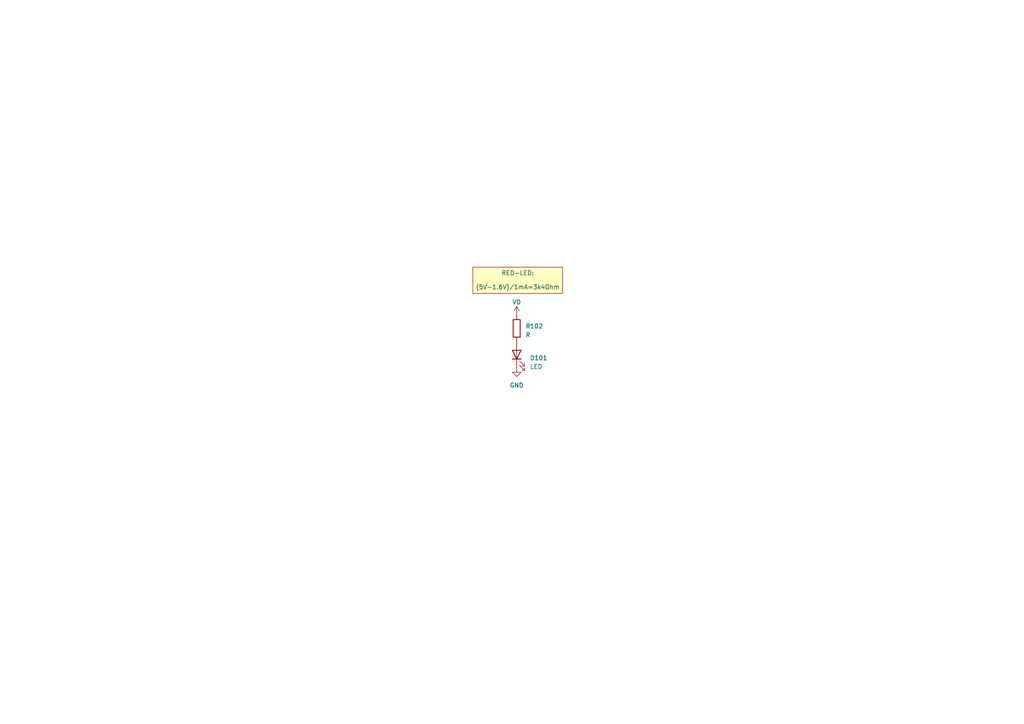
<source format=kicad_sch>
(kicad_sch (version 20230121) (generator eeschema)

  (uuid f96d1c09-159e-43c2-8c4c-0328958efa3c)

  (paper "A4")

  (lib_symbols
    (symbol "Device:LED" (pin_numbers hide) (pin_names (offset 1.016) hide) (in_bom yes) (on_board yes)
      (property "Reference" "D" (at 0 2.54 0)
        (effects (font (size 1.27 1.27)))
      )
      (property "Value" "LED" (at 0 -2.54 0)
        (effects (font (size 1.27 1.27)))
      )
      (property "Footprint" "" (at 0 0 0)
        (effects (font (size 1.27 1.27)) hide)
      )
      (property "Datasheet" "~" (at 0 0 0)
        (effects (font (size 1.27 1.27)) hide)
      )
      (property "ki_keywords" "LED diode" (at 0 0 0)
        (effects (font (size 1.27 1.27)) hide)
      )
      (property "ki_description" "Light emitting diode" (at 0 0 0)
        (effects (font (size 1.27 1.27)) hide)
      )
      (property "ki_fp_filters" "LED* LED_SMD:* LED_THT:*" (at 0 0 0)
        (effects (font (size 1.27 1.27)) hide)
      )
      (symbol "LED_0_1"
        (polyline
          (pts
            (xy -1.27 -1.27)
            (xy -1.27 1.27)
          )
          (stroke (width 0.254) (type default))
          (fill (type none))
        )
        (polyline
          (pts
            (xy -1.27 0)
            (xy 1.27 0)
          )
          (stroke (width 0) (type default))
          (fill (type none))
        )
        (polyline
          (pts
            (xy 1.27 -1.27)
            (xy 1.27 1.27)
            (xy -1.27 0)
            (xy 1.27 -1.27)
          )
          (stroke (width 0.254) (type default))
          (fill (type none))
        )
        (polyline
          (pts
            (xy -3.048 -0.762)
            (xy -4.572 -2.286)
            (xy -3.81 -2.286)
            (xy -4.572 -2.286)
            (xy -4.572 -1.524)
          )
          (stroke (width 0) (type default))
          (fill (type none))
        )
        (polyline
          (pts
            (xy -1.778 -0.762)
            (xy -3.302 -2.286)
            (xy -2.54 -2.286)
            (xy -3.302 -2.286)
            (xy -3.302 -1.524)
          )
          (stroke (width 0) (type default))
          (fill (type none))
        )
      )
      (symbol "LED_1_1"
        (pin passive line (at -3.81 0 0) (length 2.54)
          (name "K" (effects (font (size 1.27 1.27))))
          (number "1" (effects (font (size 1.27 1.27))))
        )
        (pin passive line (at 3.81 0 180) (length 2.54)
          (name "A" (effects (font (size 1.27 1.27))))
          (number "2" (effects (font (size 1.27 1.27))))
        )
      )
    )
    (symbol "Device:R" (pin_numbers hide) (pin_names (offset 0)) (in_bom yes) (on_board yes)
      (property "Reference" "R" (at 2.032 0 90)
        (effects (font (size 1.27 1.27)))
      )
      (property "Value" "R" (at 0 0 90)
        (effects (font (size 1.27 1.27)))
      )
      (property "Footprint" "" (at -1.778 0 90)
        (effects (font (size 1.27 1.27)) hide)
      )
      (property "Datasheet" "~" (at 0 0 0)
        (effects (font (size 1.27 1.27)) hide)
      )
      (property "ki_keywords" "R res resistor" (at 0 0 0)
        (effects (font (size 1.27 1.27)) hide)
      )
      (property "ki_description" "Resistor" (at 0 0 0)
        (effects (font (size 1.27 1.27)) hide)
      )
      (property "ki_fp_filters" "R_*" (at 0 0 0)
        (effects (font (size 1.27 1.27)) hide)
      )
      (symbol "R_0_1"
        (rectangle (start -1.016 -2.54) (end 1.016 2.54)
          (stroke (width 0.254) (type default))
          (fill (type none))
        )
      )
      (symbol "R_1_1"
        (pin passive line (at 0 3.81 270) (length 1.27)
          (name "~" (effects (font (size 1.27 1.27))))
          (number "1" (effects (font (size 1.27 1.27))))
        )
        (pin passive line (at 0 -3.81 90) (length 1.27)
          (name "~" (effects (font (size 1.27 1.27))))
          (number "2" (effects (font (size 1.27 1.27))))
        )
      )
    )
    (symbol "power:GND" (power) (pin_names (offset 0)) (in_bom yes) (on_board yes)
      (property "Reference" "#PWR" (at 0 -6.35 0)
        (effects (font (size 1.27 1.27)) hide)
      )
      (property "Value" "GND" (at 0 -3.81 0)
        (effects (font (size 1.27 1.27)))
      )
      (property "Footprint" "" (at 0 0 0)
        (effects (font (size 1.27 1.27)) hide)
      )
      (property "Datasheet" "" (at 0 0 0)
        (effects (font (size 1.27 1.27)) hide)
      )
      (property "ki_keywords" "global power" (at 0 0 0)
        (effects (font (size 1.27 1.27)) hide)
      )
      (property "ki_description" "Power symbol creates a global label with name \"GND\" , ground" (at 0 0 0)
        (effects (font (size 1.27 1.27)) hide)
      )
      (symbol "GND_0_1"
        (polyline
          (pts
            (xy 0 0)
            (xy 0 -1.27)
            (xy 1.27 -1.27)
            (xy 0 -2.54)
            (xy -1.27 -1.27)
            (xy 0 -1.27)
          )
          (stroke (width 0) (type default))
          (fill (type none))
        )
      )
      (symbol "GND_1_1"
        (pin power_in line (at 0 0 270) (length 0) hide
          (name "GND" (effects (font (size 1.27 1.27))))
          (number "1" (effects (font (size 1.27 1.27))))
        )
      )
    )
    (symbol "power:VD" (power) (pin_names (offset 0)) (in_bom yes) (on_board yes)
      (property "Reference" "#PWR" (at 0 -3.81 0)
        (effects (font (size 1.27 1.27)) hide)
      )
      (property "Value" "VD" (at 0 3.81 0)
        (effects (font (size 1.27 1.27)))
      )
      (property "Footprint" "" (at 0 0 0)
        (effects (font (size 1.27 1.27)) hide)
      )
      (property "Datasheet" "" (at 0 0 0)
        (effects (font (size 1.27 1.27)) hide)
      )
      (property "ki_keywords" "global power" (at 0 0 0)
        (effects (font (size 1.27 1.27)) hide)
      )
      (property "ki_description" "Power symbol creates a global label with name \"VD\"" (at 0 0 0)
        (effects (font (size 1.27 1.27)) hide)
      )
      (symbol "VD_0_1"
        (polyline
          (pts
            (xy -0.762 1.27)
            (xy 0 2.54)
          )
          (stroke (width 0) (type default))
          (fill (type none))
        )
        (polyline
          (pts
            (xy 0 0)
            (xy 0 2.54)
          )
          (stroke (width 0) (type default))
          (fill (type none))
        )
        (polyline
          (pts
            (xy 0 2.54)
            (xy 0.762 1.27)
          )
          (stroke (width 0) (type default))
          (fill (type none))
        )
      )
      (symbol "VD_1_1"
        (pin power_in line (at 0 0 90) (length 0) hide
          (name "VD" (effects (font (size 1.27 1.27))))
          (number "1" (effects (font (size 1.27 1.27))))
        )
      )
    )
  )


  (text_box "RED-LED:\n\n(5V-1.6V)/1mA=3k4Ohm\n\n"
    (at 137.16 77.47 0) (size 26.035 7.62)
    (stroke (width 0) (type default) (color 132 0 0 1))
    (fill (type color) (color 255 255 194 1))
    (effects (font (size 1.27 1.27) (color 0 72 72 1)) (justify top))
    (uuid 7f489f59-2398-45f8-a99c-8fb7bbd6ec7f)
  )

  (symbol (lib_id "power:VD") (at 149.86 91.44 0) (unit 1)
    (in_bom yes) (on_board yes) (dnp no) (fields_autoplaced)
    (uuid 037a120e-84a9-4961-b7f3-25b649d87d0a)
    (property "Reference" "#PWR0110" (at 149.86 95.25 0)
      (effects (font (size 1.27 1.27)) hide)
    )
    (property "Value" "VD" (at 149.86 87.63 0)
      (effects (font (size 1.27 1.27)))
    )
    (property "Footprint" "" (at 149.86 91.44 0)
      (effects (font (size 1.27 1.27)) hide)
    )
    (property "Datasheet" "" (at 149.86 91.44 0)
      (effects (font (size 1.27 1.27)) hide)
    )
    (pin "1" (uuid a8b04b36-a471-401b-a26f-4330627b8570))
    (instances
      (project "MamaGeburtstag2023"
        (path "/cbe27049-d298-4618-8cfc-5ee884c2b4ee"
          (reference "#PWR0110") (unit 1)
        )
        (path "/cbe27049-d298-4618-8cfc-5ee884c2b4ee/70c53f8f-ff05-4feb-bbf8-ab9935cbfd62"
          (reference "#PWR0301") (unit 1)
        )
        (path "/cbe27049-d298-4618-8cfc-5ee884c2b4ee/70c53f8f-ff05-4feb-bbf8-ab9935cbfd62/59894940-095d-437c-81f8-c42a2898a4ca"
          (reference "#PWR0401") (unit 1)
        )
        (path "/cbe27049-d298-4618-8cfc-5ee884c2b4ee/70c53f8f-ff05-4feb-bbf8-ab9935cbfd62/be8023ec-416e-40fb-b2f3-2340d0a5b78c"
          (reference "#PWR0501") (unit 1)
        )
        (path "/cbe27049-d298-4618-8cfc-5ee884c2b4ee/70c53f8f-ff05-4feb-bbf8-ab9935cbfd62/d8fd8c4c-c510-446c-ab56-8abd514105dc"
          (reference "#PWR0601") (unit 1)
        )
        (path "/cbe27049-d298-4618-8cfc-5ee884c2b4ee/70c53f8f-ff05-4feb-bbf8-ab9935cbfd62/36b26106-a47b-4ab7-a3bf-8292bc64c22c"
          (reference "#PWR0701") (unit 1)
        )
        (path "/cbe27049-d298-4618-8cfc-5ee884c2b4ee/70c53f8f-ff05-4feb-bbf8-ab9935cbfd62/3a6ca012-75cb-47da-9bfd-a27ecd44481c"
          (reference "#PWR0801") (unit 1)
        )
        (path "/cbe27049-d298-4618-8cfc-5ee884c2b4ee/70c53f8f-ff05-4feb-bbf8-ab9935cbfd62/774dc129-cd65-42b8-9045-607edaf13460"
          (reference "#PWR01101") (unit 1)
        )
        (path "/cbe27049-d298-4618-8cfc-5ee884c2b4ee/70c53f8f-ff05-4feb-bbf8-ab9935cbfd62/a5a96f7e-e07a-42e8-a3e2-6465fd5ca464"
          (reference "#PWR01001") (unit 1)
        )
        (path "/cbe27049-d298-4618-8cfc-5ee884c2b4ee/70c53f8f-ff05-4feb-bbf8-ab9935cbfd62/111b61de-6ecb-4ee0-9585-a7fbda27e2e5"
          (reference "#PWR0901") (unit 1)
        )
        (path "/cbe27049-d298-4618-8cfc-5ee884c2b4ee/70c53f8f-ff05-4feb-bbf8-ab9935cbfd62/99b3cb18-4d1b-424d-b16e-48539ac9de19"
          (reference "#PWR01201") (unit 1)
        )
        (path "/cbe27049-d298-4618-8cfc-5ee884c2b4ee/70c53f8f-ff05-4feb-bbf8-ab9935cbfd62/2673496d-27cc-4198-9c0a-525078c63c1e"
          (reference "#PWR01301") (unit 1)
        )
        (path "/cbe27049-d298-4618-8cfc-5ee884c2b4ee/70c53f8f-ff05-4feb-bbf8-ab9935cbfd62/d588acd0-926f-4e3b-a0ea-fb43746c7abf"
          (reference "#PWR01601") (unit 1)
        )
        (path "/cbe27049-d298-4618-8cfc-5ee884c2b4ee/70c53f8f-ff05-4feb-bbf8-ab9935cbfd62/99262fe7-92f8-4b9e-a50c-b6ef08616564"
          (reference "#PWR01501") (unit 1)
        )
        (path "/cbe27049-d298-4618-8cfc-5ee884c2b4ee/70c53f8f-ff05-4feb-bbf8-ab9935cbfd62/b741c841-c87c-4f47-8549-25c1cbc016e8"
          (reference "#PWR01401") (unit 1)
        )
        (path "/cbe27049-d298-4618-8cfc-5ee884c2b4ee/70c53f8f-ff05-4feb-bbf8-ab9935cbfd62/238e9859-980a-4f89-a410-482bd72f2854"
          (reference "#PWR01701") (unit 1)
        )
        (path "/cbe27049-d298-4618-8cfc-5ee884c2b4ee/70c53f8f-ff05-4feb-bbf8-ab9935cbfd62/21db06ee-3651-4bc4-a979-09b37539eba8"
          (reference "#PWR01801") (unit 1)
        )
        (path "/cbe27049-d298-4618-8cfc-5ee884c2b4ee/70c53f8f-ff05-4feb-bbf8-ab9935cbfd62/d43161d4-d680-42d2-9fc2-bd7835e4d8bd"
          (reference "#PWR01901") (unit 1)
        )
      )
    )
  )

  (symbol (lib_id "power:GND") (at 149.86 106.68 0) (unit 1)
    (in_bom yes) (on_board yes) (dnp no) (fields_autoplaced)
    (uuid 28a95429-eaf1-499c-9378-b60f83e52533)
    (property "Reference" "#PWR0111" (at 149.86 113.03 0)
      (effects (font (size 1.27 1.27)) hide)
    )
    (property "Value" "GND" (at 149.86 111.76 0)
      (effects (font (size 1.27 1.27)))
    )
    (property "Footprint" "" (at 149.86 106.68 0)
      (effects (font (size 1.27 1.27)) hide)
    )
    (property "Datasheet" "" (at 149.86 106.68 0)
      (effects (font (size 1.27 1.27)) hide)
    )
    (pin "1" (uuid 5f6dab76-4ef3-4400-80e6-219e28cd69ec))
    (instances
      (project "MamaGeburtstag2023"
        (path "/cbe27049-d298-4618-8cfc-5ee884c2b4ee"
          (reference "#PWR0111") (unit 1)
        )
        (path "/cbe27049-d298-4618-8cfc-5ee884c2b4ee/70c53f8f-ff05-4feb-bbf8-ab9935cbfd62"
          (reference "#PWR0302") (unit 1)
        )
        (path "/cbe27049-d298-4618-8cfc-5ee884c2b4ee/70c53f8f-ff05-4feb-bbf8-ab9935cbfd62/59894940-095d-437c-81f8-c42a2898a4ca"
          (reference "#PWR0402") (unit 1)
        )
        (path "/cbe27049-d298-4618-8cfc-5ee884c2b4ee/70c53f8f-ff05-4feb-bbf8-ab9935cbfd62/be8023ec-416e-40fb-b2f3-2340d0a5b78c"
          (reference "#PWR0502") (unit 1)
        )
        (path "/cbe27049-d298-4618-8cfc-5ee884c2b4ee/70c53f8f-ff05-4feb-bbf8-ab9935cbfd62/d8fd8c4c-c510-446c-ab56-8abd514105dc"
          (reference "#PWR0602") (unit 1)
        )
        (path "/cbe27049-d298-4618-8cfc-5ee884c2b4ee/70c53f8f-ff05-4feb-bbf8-ab9935cbfd62/36b26106-a47b-4ab7-a3bf-8292bc64c22c"
          (reference "#PWR0702") (unit 1)
        )
        (path "/cbe27049-d298-4618-8cfc-5ee884c2b4ee/70c53f8f-ff05-4feb-bbf8-ab9935cbfd62/3a6ca012-75cb-47da-9bfd-a27ecd44481c"
          (reference "#PWR0802") (unit 1)
        )
        (path "/cbe27049-d298-4618-8cfc-5ee884c2b4ee/70c53f8f-ff05-4feb-bbf8-ab9935cbfd62/774dc129-cd65-42b8-9045-607edaf13460"
          (reference "#PWR01102") (unit 1)
        )
        (path "/cbe27049-d298-4618-8cfc-5ee884c2b4ee/70c53f8f-ff05-4feb-bbf8-ab9935cbfd62/a5a96f7e-e07a-42e8-a3e2-6465fd5ca464"
          (reference "#PWR01002") (unit 1)
        )
        (path "/cbe27049-d298-4618-8cfc-5ee884c2b4ee/70c53f8f-ff05-4feb-bbf8-ab9935cbfd62/111b61de-6ecb-4ee0-9585-a7fbda27e2e5"
          (reference "#PWR0902") (unit 1)
        )
        (path "/cbe27049-d298-4618-8cfc-5ee884c2b4ee/70c53f8f-ff05-4feb-bbf8-ab9935cbfd62/99b3cb18-4d1b-424d-b16e-48539ac9de19"
          (reference "#PWR01202") (unit 1)
        )
        (path "/cbe27049-d298-4618-8cfc-5ee884c2b4ee/70c53f8f-ff05-4feb-bbf8-ab9935cbfd62/2673496d-27cc-4198-9c0a-525078c63c1e"
          (reference "#PWR01302") (unit 1)
        )
        (path "/cbe27049-d298-4618-8cfc-5ee884c2b4ee/70c53f8f-ff05-4feb-bbf8-ab9935cbfd62/d588acd0-926f-4e3b-a0ea-fb43746c7abf"
          (reference "#PWR01602") (unit 1)
        )
        (path "/cbe27049-d298-4618-8cfc-5ee884c2b4ee/70c53f8f-ff05-4feb-bbf8-ab9935cbfd62/99262fe7-92f8-4b9e-a50c-b6ef08616564"
          (reference "#PWR01502") (unit 1)
        )
        (path "/cbe27049-d298-4618-8cfc-5ee884c2b4ee/70c53f8f-ff05-4feb-bbf8-ab9935cbfd62/b741c841-c87c-4f47-8549-25c1cbc016e8"
          (reference "#PWR01402") (unit 1)
        )
        (path "/cbe27049-d298-4618-8cfc-5ee884c2b4ee/70c53f8f-ff05-4feb-bbf8-ab9935cbfd62/238e9859-980a-4f89-a410-482bd72f2854"
          (reference "#PWR01702") (unit 1)
        )
        (path "/cbe27049-d298-4618-8cfc-5ee884c2b4ee/70c53f8f-ff05-4feb-bbf8-ab9935cbfd62/21db06ee-3651-4bc4-a979-09b37539eba8"
          (reference "#PWR01802") (unit 1)
        )
        (path "/cbe27049-d298-4618-8cfc-5ee884c2b4ee/70c53f8f-ff05-4feb-bbf8-ab9935cbfd62/d43161d4-d680-42d2-9fc2-bd7835e4d8bd"
          (reference "#PWR01902") (unit 1)
        )
      )
    )
  )

  (symbol (lib_id "Device:R") (at 149.86 95.25 0) (unit 1)
    (in_bom yes) (on_board yes) (dnp no) (fields_autoplaced)
    (uuid c85e3594-0f03-4397-a48f-0bcbaeb4f4b6)
    (property "Reference" "R102" (at 152.4 94.615 0)
      (effects (font (size 1.27 1.27)) (justify left))
    )
    (property "Value" "R" (at 152.4 97.155 0)
      (effects (font (size 1.27 1.27)) (justify left))
    )
    (property "Footprint" "Resistor_SMD:R_0603_1608Metric" (at 148.082 95.25 90)
      (effects (font (size 1.27 1.27)) hide)
    )
    (property "Datasheet" "~" (at 149.86 95.25 0)
      (effects (font (size 1.27 1.27)) hide)
    )
    (pin "1" (uuid 50e4a86a-6704-477f-b0f4-745c8300dfbd))
    (pin "2" (uuid db738f0e-c6b8-4edc-8fd7-be56923a8bee))
    (instances
      (project "MamaGeburtstag2023"
        (path "/cbe27049-d298-4618-8cfc-5ee884c2b4ee"
          (reference "R102") (unit 1)
        )
        (path "/cbe27049-d298-4618-8cfc-5ee884c2b4ee/70c53f8f-ff05-4feb-bbf8-ab9935cbfd62"
          (reference "R301") (unit 1)
        )
        (path "/cbe27049-d298-4618-8cfc-5ee884c2b4ee/70c53f8f-ff05-4feb-bbf8-ab9935cbfd62/59894940-095d-437c-81f8-c42a2898a4ca"
          (reference "R401") (unit 1)
        )
        (path "/cbe27049-d298-4618-8cfc-5ee884c2b4ee/70c53f8f-ff05-4feb-bbf8-ab9935cbfd62/be8023ec-416e-40fb-b2f3-2340d0a5b78c"
          (reference "R501") (unit 1)
        )
        (path "/cbe27049-d298-4618-8cfc-5ee884c2b4ee/70c53f8f-ff05-4feb-bbf8-ab9935cbfd62/d8fd8c4c-c510-446c-ab56-8abd514105dc"
          (reference "R601") (unit 1)
        )
        (path "/cbe27049-d298-4618-8cfc-5ee884c2b4ee/70c53f8f-ff05-4feb-bbf8-ab9935cbfd62/36b26106-a47b-4ab7-a3bf-8292bc64c22c"
          (reference "R701") (unit 1)
        )
        (path "/cbe27049-d298-4618-8cfc-5ee884c2b4ee/70c53f8f-ff05-4feb-bbf8-ab9935cbfd62/3a6ca012-75cb-47da-9bfd-a27ecd44481c"
          (reference "R801") (unit 1)
        )
        (path "/cbe27049-d298-4618-8cfc-5ee884c2b4ee/70c53f8f-ff05-4feb-bbf8-ab9935cbfd62/774dc129-cd65-42b8-9045-607edaf13460"
          (reference "R1101") (unit 1)
        )
        (path "/cbe27049-d298-4618-8cfc-5ee884c2b4ee/70c53f8f-ff05-4feb-bbf8-ab9935cbfd62/a5a96f7e-e07a-42e8-a3e2-6465fd5ca464"
          (reference "R1001") (unit 1)
        )
        (path "/cbe27049-d298-4618-8cfc-5ee884c2b4ee/70c53f8f-ff05-4feb-bbf8-ab9935cbfd62/111b61de-6ecb-4ee0-9585-a7fbda27e2e5"
          (reference "R901") (unit 1)
        )
        (path "/cbe27049-d298-4618-8cfc-5ee884c2b4ee/70c53f8f-ff05-4feb-bbf8-ab9935cbfd62/99b3cb18-4d1b-424d-b16e-48539ac9de19"
          (reference "R1201") (unit 1)
        )
        (path "/cbe27049-d298-4618-8cfc-5ee884c2b4ee/70c53f8f-ff05-4feb-bbf8-ab9935cbfd62/2673496d-27cc-4198-9c0a-525078c63c1e"
          (reference "R1301") (unit 1)
        )
        (path "/cbe27049-d298-4618-8cfc-5ee884c2b4ee/70c53f8f-ff05-4feb-bbf8-ab9935cbfd62/d588acd0-926f-4e3b-a0ea-fb43746c7abf"
          (reference "R1601") (unit 1)
        )
        (path "/cbe27049-d298-4618-8cfc-5ee884c2b4ee/70c53f8f-ff05-4feb-bbf8-ab9935cbfd62/99262fe7-92f8-4b9e-a50c-b6ef08616564"
          (reference "R1501") (unit 1)
        )
        (path "/cbe27049-d298-4618-8cfc-5ee884c2b4ee/70c53f8f-ff05-4feb-bbf8-ab9935cbfd62/b741c841-c87c-4f47-8549-25c1cbc016e8"
          (reference "R1401") (unit 1)
        )
        (path "/cbe27049-d298-4618-8cfc-5ee884c2b4ee/70c53f8f-ff05-4feb-bbf8-ab9935cbfd62/238e9859-980a-4f89-a410-482bd72f2854"
          (reference "R1701") (unit 1)
        )
        (path "/cbe27049-d298-4618-8cfc-5ee884c2b4ee/70c53f8f-ff05-4feb-bbf8-ab9935cbfd62/21db06ee-3651-4bc4-a979-09b37539eba8"
          (reference "R1801") (unit 1)
        )
        (path "/cbe27049-d298-4618-8cfc-5ee884c2b4ee/70c53f8f-ff05-4feb-bbf8-ab9935cbfd62/d43161d4-d680-42d2-9fc2-bd7835e4d8bd"
          (reference "R1901") (unit 1)
        )
      )
    )
  )

  (symbol (lib_id "Device:LED") (at 149.86 102.87 90) (unit 1)
    (in_bom yes) (on_board yes) (dnp no) (fields_autoplaced)
    (uuid ef2e2782-ebd4-4c27-a585-94902c0565f8)
    (property "Reference" "D101" (at 153.67 103.8225 90)
      (effects (font (size 1.27 1.27)) (justify right))
    )
    (property "Value" "LED" (at 153.67 106.3625 90)
      (effects (font (size 1.27 1.27)) (justify right))
    )
    (property "Footprint" "LED_THT:LED_D3.0mm" (at 149.86 102.87 0)
      (effects (font (size 1.27 1.27)) hide)
    )
    (property "Datasheet" "~" (at 149.86 102.87 0)
      (effects (font (size 1.27 1.27)) hide)
    )
    (pin "1" (uuid 4216ba83-7379-44ad-8507-29526feff556))
    (pin "2" (uuid 6c0875ef-47fb-426c-9ded-07d283607af5))
    (instances
      (project "MamaGeburtstag2023"
        (path "/cbe27049-d298-4618-8cfc-5ee884c2b4ee"
          (reference "D101") (unit 1)
        )
        (path "/cbe27049-d298-4618-8cfc-5ee884c2b4ee/70c53f8f-ff05-4feb-bbf8-ab9935cbfd62"
          (reference "D301") (unit 1)
        )
        (path "/cbe27049-d298-4618-8cfc-5ee884c2b4ee/70c53f8f-ff05-4feb-bbf8-ab9935cbfd62/59894940-095d-437c-81f8-c42a2898a4ca"
          (reference "D401") (unit 1)
        )
        (path "/cbe27049-d298-4618-8cfc-5ee884c2b4ee/70c53f8f-ff05-4feb-bbf8-ab9935cbfd62/be8023ec-416e-40fb-b2f3-2340d0a5b78c"
          (reference "D501") (unit 1)
        )
        (path "/cbe27049-d298-4618-8cfc-5ee884c2b4ee/70c53f8f-ff05-4feb-bbf8-ab9935cbfd62/d8fd8c4c-c510-446c-ab56-8abd514105dc"
          (reference "D601") (unit 1)
        )
        (path "/cbe27049-d298-4618-8cfc-5ee884c2b4ee/70c53f8f-ff05-4feb-bbf8-ab9935cbfd62/36b26106-a47b-4ab7-a3bf-8292bc64c22c"
          (reference "D701") (unit 1)
        )
        (path "/cbe27049-d298-4618-8cfc-5ee884c2b4ee/70c53f8f-ff05-4feb-bbf8-ab9935cbfd62/3a6ca012-75cb-47da-9bfd-a27ecd44481c"
          (reference "D801") (unit 1)
        )
        (path "/cbe27049-d298-4618-8cfc-5ee884c2b4ee/70c53f8f-ff05-4feb-bbf8-ab9935cbfd62/774dc129-cd65-42b8-9045-607edaf13460"
          (reference "D1101") (unit 1)
        )
        (path "/cbe27049-d298-4618-8cfc-5ee884c2b4ee/70c53f8f-ff05-4feb-bbf8-ab9935cbfd62/a5a96f7e-e07a-42e8-a3e2-6465fd5ca464"
          (reference "D1001") (unit 1)
        )
        (path "/cbe27049-d298-4618-8cfc-5ee884c2b4ee/70c53f8f-ff05-4feb-bbf8-ab9935cbfd62/111b61de-6ecb-4ee0-9585-a7fbda27e2e5"
          (reference "D901") (unit 1)
        )
        (path "/cbe27049-d298-4618-8cfc-5ee884c2b4ee/70c53f8f-ff05-4feb-bbf8-ab9935cbfd62/99b3cb18-4d1b-424d-b16e-48539ac9de19"
          (reference "D1201") (unit 1)
        )
        (path "/cbe27049-d298-4618-8cfc-5ee884c2b4ee/70c53f8f-ff05-4feb-bbf8-ab9935cbfd62/2673496d-27cc-4198-9c0a-525078c63c1e"
          (reference "D1301") (unit 1)
        )
        (path "/cbe27049-d298-4618-8cfc-5ee884c2b4ee/70c53f8f-ff05-4feb-bbf8-ab9935cbfd62/d588acd0-926f-4e3b-a0ea-fb43746c7abf"
          (reference "D1601") (unit 1)
        )
        (path "/cbe27049-d298-4618-8cfc-5ee884c2b4ee/70c53f8f-ff05-4feb-bbf8-ab9935cbfd62/99262fe7-92f8-4b9e-a50c-b6ef08616564"
          (reference "D1501") (unit 1)
        )
        (path "/cbe27049-d298-4618-8cfc-5ee884c2b4ee/70c53f8f-ff05-4feb-bbf8-ab9935cbfd62/b741c841-c87c-4f47-8549-25c1cbc016e8"
          (reference "D1401") (unit 1)
        )
        (path "/cbe27049-d298-4618-8cfc-5ee884c2b4ee/70c53f8f-ff05-4feb-bbf8-ab9935cbfd62/238e9859-980a-4f89-a410-482bd72f2854"
          (reference "D1701") (unit 1)
        )
        (path "/cbe27049-d298-4618-8cfc-5ee884c2b4ee/70c53f8f-ff05-4feb-bbf8-ab9935cbfd62/21db06ee-3651-4bc4-a979-09b37539eba8"
          (reference "D1801") (unit 1)
        )
        (path "/cbe27049-d298-4618-8cfc-5ee884c2b4ee/70c53f8f-ff05-4feb-bbf8-ab9935cbfd62/d43161d4-d680-42d2-9fc2-bd7835e4d8bd"
          (reference "D1901") (unit 1)
        )
      )
    )
  )
)

</source>
